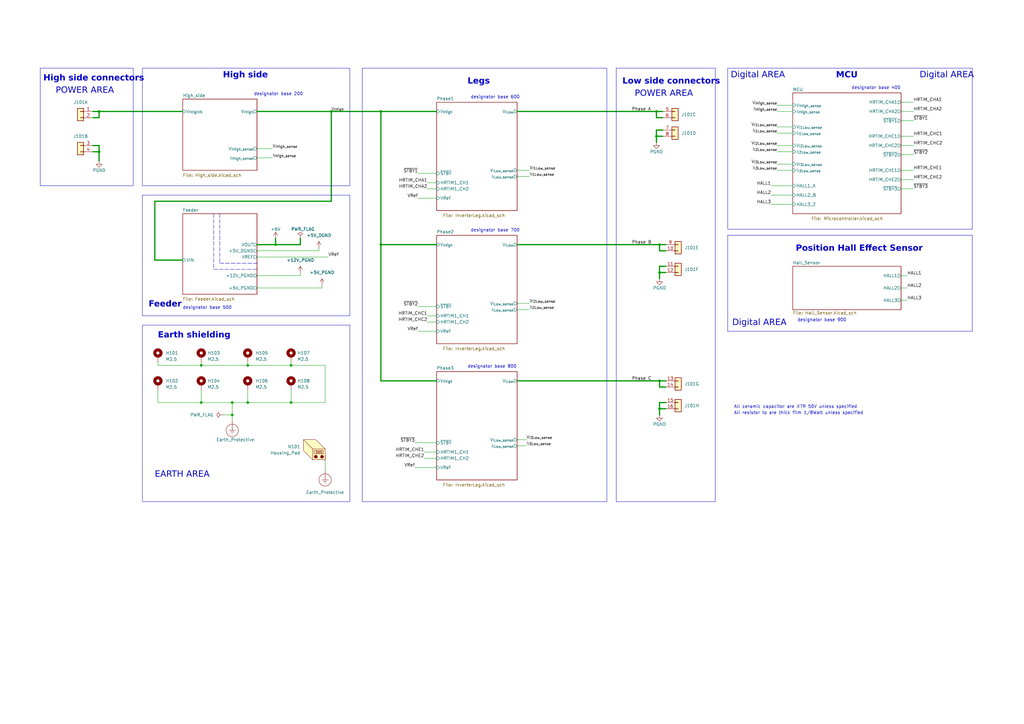
<source format=kicad_sch>
(kicad_sch (version 20230121) (generator eeschema)
  (paper "A3")
  (title_block (title "OWNVERTER V1.0") (comment 1 "TWR"))
  (lib_symbols
    (symbol "Mechanical:Housing_Pad" (pin_numbers hide) (pin_names (offset 1.016) hide)
      (property "Reference" "N" (at 4.445 0 0))
      (property "Value" "Housing_Pad" (at 4.445 -1.905 0))
      (symbol "Housing_Pad_0_1"
        (rectangle (start -4.445 -0.635) (end -0.635 -1.905))
        (circle (center -3.81 -3.175) (radius 0.635) (fill (type outline)))
        (circle (center -1.27 -3.175) (radius 0.635) (fill (type outline)))
        (polyline (pts (xy -3.8862 -1.5748) (xy -3.8354 -1.3716)))
        (polyline (pts (xy -3.7846 -1.6764) (xy -3.429 -1.6764)))
        (polyline (pts (xy -3.7846 -1.2192) (xy -3.7338 -0.9652)))
        (polyline (pts (xy -3.683 -1.3208) (xy -3.3782 -1.3208)))
        (polyline (pts (xy -3.5814 -0.9144) (xy -3.2766 -0.9144)))
        (polyline (pts (xy -3.2766 -1.6256) (xy -3.2258 -1.3716)))
        (polyline (pts (xy -3.175 -1.2192) (xy -3.1242 -0.9652)))
        (polyline (pts (xy -2.9718 -1.5748) (xy -2.921 -1.3716)))
        (polyline (pts (xy -2.8702 -1.6764) (xy -2.5146 -1.6764)))
        (polyline (pts (xy -2.8702 -1.2192) (xy -2.8194 -0.9652)))
        (polyline (pts (xy -2.7686 -1.3208) (xy -2.4638 -1.3208)))
        (polyline (pts (xy -2.667 -0.9144) (xy -2.3622 -0.9144)))
        (polyline (pts (xy -2.3622 -1.6256) (xy -2.3114 -1.3716)))
        (polyline (pts (xy -2.2606 -1.2192) (xy -2.2098 -0.9652)))
        (polyline (pts (xy -2.0574 -1.5748) (xy -2.0066 -1.3716)))
        (polyline (pts (xy -1.9558 -1.6764) (xy -1.6002 -1.6764)))
        (polyline (pts (xy -1.9558 -1.2192) (xy -1.905 -0.9652)))
        (polyline (pts (xy -1.8542 -1.3208) (xy -1.5494 -1.3208)))
        (polyline (pts (xy -1.7526 -0.9144) (xy -1.4478 -0.9144)))
        (polyline (pts (xy -1.4478 -1.6256) (xy -1.397 -1.3716)))
        (polyline (pts (xy -1.3462 -1.2192) (xy -1.2954 -0.9652)))
        (polyline (pts (xy 0 0) (xy 0 -4.445)))
        (polyline (pts (xy -5.08 0) (xy 0 0) (xy 3.81 3.81)))
        (polyline (pts (xy -5.08 0) (xy -5.08 -4.445) (xy 0 -4.445) (xy 3.81 -0.635) (xy 3.81 3.81) (xy -1.27 3.81) (xy -5.08 0)) (fill (type background)))
      )
      (symbol "Housing_Pad_1_1"
        (pin input line (at -5.08 -5.08 90) (length 2.54) (name "PAD") (number "1"))
      )
    )
    (symbol "Mechanical:MountingHole_Pad" (pin_numbers hide) (pin_names (offset 1.016) hide)
      (property "Reference" "H" (at 0 6.35 0))
      (property "Value" "MountingHole_Pad" (at 0 4.445 0))
      (symbol "MountingHole_Pad_0_1"
        (circle (center 0 1.27) (radius 1.27) (stroke (width 1.27)))
      )
      (symbol "MountingHole_Pad_1_1"
        (pin input line (at 0 -2.54 90) (length 2.54) (name "1") (number "1"))
      )
    )
    (symbol "Symbols:+12V_PGND" (power) (in_bom no) (on_board no)
      (property "Value" "+12V_PGND" (at -0.127 3.81 0))
      (symbol "+12V_PGND_0_1"
        (polyline (pts (xy -0.762 1.27) (xy 0 2.54)))
        (polyline (pts (xy 0 0) (xy 0 2.54)))
        (polyline (pts (xy 0 2.54) (xy 0.762 1.27)))
      )
      (symbol "+12V_PGND_1_1"
        (pin power_in line (at 0 0 90) (length 0) hide (name "+12V_PGND") (number "1"))
      )
    )
    (symbol "Symbols:+5V_DGND" (power) (in_bom no) (on_board no)
      (property "Value" "+5V_DGND" (at -0.127 3.81 0))
      (symbol "+5V_DGND_0_1"
        (polyline (pts (xy -0.762 1.27) (xy 0 2.54)))
        (polyline (pts (xy 0 0) (xy 0 2.54)))
        (polyline (pts (xy 0 2.54) (xy 0.762 1.27)))
      )
      (symbol "+5V_DGND_1_1"
        (pin power_in line (at 0 0 90) (length 0) hide (name "+5V_DGND") (number "1"))
      )
    )
    (symbol "Symbols:+5V_PGND" (power) (in_bom no) (on_board no)
      (property "Value" "+5V_PGND" (at -0.127 3.81 0))
      (symbol "+5V_PGND_0_1"
        (polyline (pts (xy -0.762 1.27) (xy 0 2.54)))
        (polyline (pts (xy 0 0) (xy 0 2.54)))
        (polyline (pts (xy 0 2.54) (xy 0.762 1.27)))
      )
      (symbol "+5V_PGND_1_1"
        (pin power_in line (at 0 0 90) (length 0) hide (name "+5V_PGND") (number "1"))
      )
    )
    (symbol "Symbols:Harting 15 contacts and WAGO" (pin_names (offset 1.016) hide)
      (property "Reference" "J" (at 0 2.54 0))
      (symbol "Harting 15 contacts and WAGO_1_1"
        (rectangle (start -1.27 -2.413) (end 0 -2.667) (stroke (width 0.1524)))
        (rectangle (start -1.27 0.127) (end 0 -0.127) (stroke (width 0.1524)))
        (rectangle (start -1.27 1.27) (end 1.27 -3.81) (stroke (width 0.254)) (fill (type background)))
        (pin passive line (at -5.08 0 0) (length 3.81) (name "Pin_1") (number "1"))
        (pin passive line (at -5.08 -2.54 0) (length 3.81) (name "Pin_2") (number "2"))
      )
      (symbol "Harting 15 contacts and WAGO_2_1"
        (rectangle (start -1.27 -2.413) (end 0 -2.667) (stroke (width 0.1524)))
        (rectangle (start -1.27 0.127) (end 0 -0.127) (stroke (width 0.1524)))
        (rectangle (start -1.27 1.27) (end 1.27 -3.81) (stroke (width 0.254)) (fill (type background)))
        (pin passive line (at -5.08 0 0) (length 3.81) (name "Pin_1") (number "3"))
        (pin passive line (at -5.08 -2.54 0) (length 3.81) (name "Pin_2") (number "4"))
      )
      (symbol "Harting 15 contacts and WAGO_3_1"
        (rectangle (start -1.27 -2.413) (end 0 -2.667) (stroke (width 0.1524)))
        (rectangle (start -1.27 0.127) (end 0 -0.127) (stroke (width 0.1524)))
        (rectangle (start -1.27 1.27) (end 1.27 -3.81) (stroke (width 0.254)) (fill (type background)))
        (pin passive line (at -5.08 0 0) (length 3.81) (name "Pin_1") (number "5"))
        (pin passive line (at -5.08 -2.54 0) (length 3.81) (name "Pin_2") (number "6"))
      )
      (symbol "Harting 15 contacts and WAGO_4_1"
        (rectangle (start -1.27 -2.413) (end 0 -2.667) (stroke (width 0.1524)))
        (rectangle (start -1.27 0.127) (end 0 -0.127) (stroke (width 0.1524)))
        (rectangle (start -1.27 1.27) (end 1.27 -3.81) (stroke (width 0.254)) (fill (type background)))
        (pin passive line (at -5.08 0 0) (length 3.81) (name "Pin_1") (number "7"))
        (pin passive line (at -5.08 -2.54 0) (length 3.81) (name "Pin_2") (number "8"))
      )
      (symbol "Harting 15 contacts and WAGO_5_1"
        (rectangle (start -1.27 -2.413) (end 0 -2.667) (stroke (width 0.1524)))
        (rectangle (start -1.27 0.127) (end 0 -0.127) (stroke (width 0.1524)))
        (rectangle (start -1.27 1.27) (end 1.27 -3.81) (stroke (width 0.254)) (fill (type background)))
        (pin passive line (at -5.08 -2.54 0) (length 3.81) (name "Pin_2") (number "10"))
        (pin passive line (at -5.08 0 0) (length 3.81) (name "Pin_1") (number "9"))
      )
      (symbol "Harting 15 contacts and WAGO_6_1"
        (rectangle (start -1.27 -2.413) (end 0 -2.667) (stroke (width 0.1524)))
        (rectangle (start -1.27 0.127) (end 0 -0.127) (stroke (width 0.1524)))
        (rectangle (start -1.27 1.27) (end 1.27 -3.81) (stroke (width 0.254)) (fill (type background)))
        (pin passive line (at -5.08 0 0) (length 3.81) (name "Pin_1") (number "11"))
        (pin passive line (at -5.08 -2.54 0) (length 3.81) (name "Pin_2") (number "12"))
      )
      (symbol "Harting 15 contacts and WAGO_7_1"
        (rectangle (start -1.27 -2.413) (end 0 -2.667) (stroke (width 0.1524)))
        (rectangle (start -1.27 0.127) (end 0 -0.127) (stroke (width 0.1524)))
        (rectangle (start -1.27 1.27) (end 1.27 -3.81) (stroke (width 0.254)) (fill (type background)))
        (pin passive line (at -5.08 0 0) (length 3.81) (name "Pin_1") (number "13"))
        (pin passive line (at -5.08 -2.54 0) (length 3.81) (name "Pin_2") (number "14"))
      )
      (symbol "Harting 15 contacts and WAGO_8_1"
        (rectangle (start -1.27 -2.413) (end 0 -2.667) (stroke (width 0.1524)))
        (rectangle (start -1.27 0.127) (end 0 -0.127) (stroke (width 0.1524)))
        (rectangle (start -1.27 1.27) (end 1.27 -3.81) (stroke (width 0.254)) (fill (type background)))
        (pin passive line (at -5.08 0 0) (length 3.81) (name "Pin_1") (number "15"))
        (pin passive line (at -5.08 -2.54 0) (length 3.81) (name "Pin_2") (number "16"))
      )
    )
    (symbol "Symbols:PGND" (power) (pin_names (offset 0))
      (property "Value" "PGND" (at 0 -3.81 0))
      (symbol "PGND_0_1"
        (polyline (pts (xy 0 0) (xy 0 -1.27) (xy 1.27 -1.27) (xy 0 -2.54) (xy -1.27 -1.27) (xy 0 -1.27)))
      )
      (symbol "PGND_1_1"
        (pin power_in line (at 0 0 270) (length 0) hide (name "PGND") (number "1"))
      )
    )
    (symbol "power:+6V" (power) (pin_names (offset 0))
      (property "Value" "+6V" (at 0 3.556 0))
      (symbol "+6V_0_1"
        (polyline (pts (xy -0.762 1.27) (xy 0 2.54)))
        (polyline (pts (xy 0 0) (xy 0 2.54)))
        (polyline (pts (xy 0 2.54) (xy 0.762 1.27)))
      )
      (symbol "+6V_1_1"
        (pin power_in line (at 0 0 90) (length 0) hide (name "+6V") (number "1"))
      )
    )
    (symbol "power:Earth_Protective" (power) (pin_names (offset 0))
      (symbol "Earth_Protective_0_1"
        (circle (center 0 -3.81) (radius 2.54))
        (polyline (pts (xy -0.635 -4.445) (xy 0.635 -4.445)))
        (polyline (pts (xy -0.127 -5.08) (xy 0.127 -5.08)))
        (polyline (pts (xy 0 -3.81) (xy 0 0)))
        (polyline (pts (xy 1.27 -3.81) (xy -1.27 -3.81)))
      )
      (symbol "Earth_Protective_1_1"
        (pin power_in line (at 0 0 270) (length 0) hide (name "Earth_Protective") (number "1"))
      )
    )
    (symbol "power:PWR_FLAG" (power) (pin_numbers hide) (pin_names (offset 0) hide)
      (property "Value" "PWR_FLAG" (at 0 3.81 0))
      (symbol "PWR_FLAG_0_0"
        (pin power_out line (at 0 0 90) (length 0) (name "pwr") (number "1"))
      )
      (symbol "PWR_FLAG_0_1"
        (polyline (pts (xy 0 0) (xy 0 1.27) (xy -1.016 1.905) (xy 0 2.54) (xy 1.016 1.905) (xy 0 1.27)))
      )
    )
  )
  (junction (at 270.51 156.21))
  (junction (at 113.03 100.33))
  (junction (at 269.24 45.72))
  (junction (at 40.64 45.72))
  (junction (at 156.21 45.72))
  (junction (at 95.25 170.18))
  (junction (at 119.38 165.1))
  (junction (at 156.21 100.33))
  (junction (at 82.55 165.1))
  (junction (at 119.38 149.86))
  (junction (at 95.25 165.1))
  (junction (at 101.6 165.1))
  (junction (at 270.51 111.76))
  (junction (at 269.24 55.88))
  (junction (at 82.55 149.86))
  (junction (at 135.89 45.72))
  (junction (at 40.64 62.23))
  (junction (at 270.51 100.33))
  (junction (at 101.6 149.86))
  (junction (at 270.51 167.64))
  (wire (pts (xy 374.65 73.66) (xy 369.57 73.66)))
  (wire (pts (xy 273.05 111.76) (xy 270.51 111.76)) (stroke (width 0.5)))
  (wire (pts (xy 175.26 132.08) (xy 179.07 132.08)))
  (wire (pts (xy 271.78 53.34) (xy 269.24 53.34)) (stroke (width 0.5)))
  (wire (pts (xy 40.64 45.72) (xy 74.93 45.72)) (stroke (width 0.5)))
  (wire (pts (xy 273.05 158.75) (xy 270.51 158.75)) (stroke (width 0.5)))
  (wire (pts (xy 374.65 49.53) (xy 369.57 49.53)))
  (wire (pts (xy 269.24 53.34) (xy 269.24 55.88)) (stroke (width 0.5)))
  (wire (pts (xy 105.41 45.72) (xy 135.89 45.72)) (stroke (width 0.5)))
  (wire (pts (xy 38.1 62.23) (xy 40.64 62.23)) (stroke (width 0.5)))
  (wire (pts (xy 374.65 59.69) (xy 369.57 59.69)))
  (polyline (pts (xy 87.63 87.63) (xy 87.63 110.49)) (stroke (width 0) (type dash)))
  (wire (pts (xy 273.05 165.1) (xy 270.51 165.1)) (stroke (width 0.5)))
  (wire (pts (xy 374.65 69.85) (xy 369.57 69.85)))
  (wire (pts (xy 212.09 69.85) (xy 217.17 69.85)))
  (wire (pts (xy 82.55 148.59) (xy 82.55 149.86)))
  (wire (pts (xy 156.21 156.21) (xy 179.07 156.21)) (stroke (width 0.5)))
  (wire (pts (xy 318.77 45.72) (xy 325.12 45.72)))
  (wire (pts (xy 269.24 45.72) (xy 269.24 48.26)) (stroke (width 0.5)))
  (wire (pts (xy 318.77 69.85) (xy 325.12 69.85)))
  (wire (pts (xy 111.76 64.77) (xy 105.41 64.77)))
  (wire (pts (xy 369.57 113.03) (xy 372.11 113.03)))
  (wire (pts (xy 64.77 149.86) (xy 82.55 149.86)))
  (wire (pts (xy 369.57 123.19) (xy 372.11 123.19)))
  (wire (pts (xy 119.38 148.59) (xy 119.38 149.86)))
  (wire (pts (xy 269.24 58.42) (xy 269.24 55.88)) (stroke (width 0.5)))
  (wire (pts (xy 270.51 114.3) (xy 270.51 111.76)) (stroke (width 0.5)))
  (wire (pts (xy 95.25 165.1) (xy 95.25 170.18)))
  (wire (pts (xy 105.41 118.11) (xy 132.08 118.11)))
  (wire (pts (xy 170.18 191.77) (xy 179.07 191.77)))
  (wire (pts (xy 374.65 77.47) (xy 369.57 77.47)))
  (wire (pts (xy 38.1 48.26) (xy 40.64 48.26)) (stroke (width 0.5)))
  (wire (pts (xy 316.23 83.82) (xy 325.12 83.82)))
  (wire (pts (xy 105.41 102.87) (xy 130.81 102.87)))
  (wire (pts (xy 156.21 45.72) (xy 179.07 45.72)) (stroke (width 0.5)))
  (wire (pts (xy 91.44 170.18) (xy 95.25 170.18)))
  (wire (pts (xy 270.51 165.1) (xy 270.51 167.64)) (stroke (width 0.5)))
  (wire (pts (xy 173.99 187.96) (xy 179.07 187.96)))
  (polyline (pts (xy 90.17 107.95) (xy 105.41 107.95)) (stroke (width 0) (type dash)))
  (wire (pts (xy 156.21 45.72) (xy 156.21 100.33)) (stroke (width 0.5)))
  (wire (pts (xy 105.41 113.03) (xy 123.19 113.03)))
  (wire (pts (xy 374.65 55.88) (xy 369.57 55.88)))
  (wire (pts (xy 123.19 97.79) (xy 123.19 100.33)) (stroke (width 0.5)))
  (wire (pts (xy 269.24 45.72) (xy 271.78 45.72)) (stroke (width 0.5)))
  (wire (pts (xy 270.51 100.33) (xy 270.51 102.87)) (stroke (width 0.5)))
  (wire (pts (xy 171.45 135.89) (xy 179.07 135.89)))
  (wire (pts (xy 212.09 100.33) (xy 270.51 100.33)) (stroke (width 0.5)))
  (wire (pts (xy 135.89 82.55) (xy 135.89 45.72)) (stroke (width 0.5)))
  (wire (pts (xy 270.51 156.21) (xy 270.51 158.75)) (stroke (width 0.5)))
  (wire (pts (xy 101.6 149.86) (xy 119.38 149.86)))
  (wire (pts (xy 212.09 156.21) (xy 270.51 156.21)) (stroke (width 0.5)))
  (wire (pts (xy 369.57 118.11) (xy 372.11 118.11)))
  (wire (pts (xy 119.38 149.86) (xy 133.35 149.86)))
  (wire (pts (xy 173.99 185.42) (xy 179.07 185.42)))
  (wire (pts (xy 270.51 109.22) (xy 270.51 111.76)) (stroke (width 0.5)))
  (wire (pts (xy 38.1 45.72) (xy 40.64 45.72)) (stroke (width 0.5)))
  (wire (pts (xy 156.21 100.33) (xy 179.07 100.33)) (stroke (width 0.5)))
  (wire (pts (xy 316.23 80.01) (xy 325.12 80.01)))
  (wire (pts (xy 64.77 165.1) (xy 82.55 165.1)))
  (wire (pts (xy 270.51 156.21) (xy 273.05 156.21)) (stroke (width 0.5)))
  (wire (pts (xy 38.1 59.69) (xy 40.64 59.69)) (stroke (width 0.5)))
  (wire (pts (xy 119.38 165.1) (xy 133.35 165.1)))
  (wire (pts (xy 63.5 82.55) (xy 135.89 82.55)) (stroke (width 0.5)))
  (wire (pts (xy 212.09 127) (xy 217.17 127)))
  (wire (pts (xy 101.6 148.59) (xy 101.6 149.86)))
  (wire (pts (xy 82.55 149.86) (xy 101.6 149.86)))
  (wire (pts (xy 40.64 48.26) (xy 40.64 45.72)) (stroke (width 0.5)))
  (wire (pts (xy 171.45 81.28) (xy 179.07 81.28)))
  (wire (pts (xy 171.45 71.12) (xy 179.07 71.12)))
  (wire (pts (xy 318.77 59.69) (xy 325.12 59.69)))
  (wire (pts (xy 175.26 74.93) (xy 179.07 74.93)))
  (wire (pts (xy 156.21 100.33) (xy 156.21 156.21)) (stroke (width 0.5)))
  (wire (pts (xy 95.25 170.18) (xy 95.25 172.72)))
  (wire (pts (xy 374.65 45.72) (xy 369.57 45.72)))
  (wire (pts (xy 123.19 111.76) (xy 123.19 113.03)))
  (wire (pts (xy 130.81 101.6) (xy 130.81 102.87)))
  (wire (pts (xy 316.23 76.2) (xy 325.12 76.2)))
  (polyline (pts (xy 87.63 110.49) (xy 105.41 110.49)) (stroke (width 0) (type dash)))
  (wire (pts (xy 212.09 72.39) (xy 217.17 72.39)))
  (polyline (pts (xy 90.17 87.63) (xy 90.17 107.95)) (stroke (width 0) (type dash)))
  (wire (pts (xy 271.78 55.88) (xy 269.24 55.88)) (stroke (width 0.5)))
  (wire (pts (xy 374.65 41.91) (xy 369.57 41.91)))
  (wire (pts (xy 270.51 170.18) (xy 270.51 167.64)) (stroke (width 0.5)))
  (wire (pts (xy 135.89 45.72) (xy 156.21 45.72)) (stroke (width 0.5)))
  (wire (pts (xy 175.26 77.47) (xy 179.07 77.47)))
  (wire (pts (xy 132.08 116.84) (xy 132.08 118.11)))
  (wire (pts (xy 273.05 167.64) (xy 270.51 167.64)) (stroke (width 0.5)))
  (wire (pts (xy 318.77 43.18) (xy 325.12 43.18)))
  (wire (pts (xy 171.45 125.73) (xy 179.07 125.73)))
  (wire (pts (xy 113.03 100.33) (xy 123.19 100.33)) (stroke (width 0.5)))
  (wire (pts (xy 318.77 54.61) (xy 325.12 54.61)))
  (wire (pts (xy 119.38 160.02) (xy 119.38 165.1)))
  (wire (pts (xy 212.09 182.88) (xy 215.9 182.88)))
  (wire (pts (xy 113.03 97.79) (xy 113.03 100.33)) (stroke (width 0.5)))
  (wire (pts (xy 133.35 193.04) (xy 133.35 189.23)))
  (wire (pts (xy 101.6 160.02) (xy 101.6 165.1)))
  (wire (pts (xy 170.18 181.61) (xy 179.07 181.61)))
  (wire (pts (xy 273.05 102.87) (xy 270.51 102.87)) (stroke (width 0.5)))
  (wire (pts (xy 175.26 129.54) (xy 179.07 129.54)))
  (wire (pts (xy 101.6 165.1) (xy 119.38 165.1)))
  (wire (pts (xy 212.09 180.34) (xy 215.9 180.34)))
  (wire (pts (xy 95.25 165.1) (xy 101.6 165.1)))
  (wire (pts (xy 374.65 63.5) (xy 369.57 63.5)))
  (wire (pts (xy 318.77 52.07) (xy 325.12 52.07)))
  (wire (pts (xy 63.5 106.68) (xy 63.5 82.55)) (stroke (width 0.5)))
  (wire (pts (xy 318.77 67.31) (xy 325.12 67.31)))
  (wire (pts (xy 111.76 60.96) (xy 105.41 60.96)))
  (wire (pts (xy 82.55 160.02) (xy 82.55 165.1)))
  (wire (pts (xy 105.41 105.41) (xy 134.62 105.41)))
  (wire (pts (xy 64.77 148.59) (xy 64.77 149.86)))
  (wire (pts (xy 271.78 48.26) (xy 269.24 48.26)) (stroke (width 0.5)))
  (wire (pts (xy 212.09 45.72) (xy 269.24 45.72)) (stroke (width 0.5)))
  (wire (pts (xy 212.09 124.46) (xy 217.17 124.46)))
  (wire (pts (xy 64.77 160.02) (xy 64.77 165.1)))
  (wire (pts (xy 63.5 106.68) (xy 74.93 106.68)) (stroke (width 0.5)))
  (wire (pts (xy 40.64 59.69) (xy 40.64 62.23)) (stroke (width 0.5)))
  (wire (pts (xy 40.64 62.23) (xy 40.64 66.04)) (stroke (width 0.5)))
  (wire (pts (xy 273.05 109.22) (xy 270.51 109.22)) (stroke (width 0.5)))
  (wire (pts (xy 133.35 149.86) (xy 133.35 165.1)))
  (wire (pts (xy 270.51 100.33) (xy 273.05 100.33)) (stroke (width 0.5)))
  (wire (pts (xy 105.41 100.33) (xy 113.03 100.33)) (stroke (width 0.5)))
  (wire (pts (xy 82.55 165.1) (xy 95.25 165.1)))
  (wire (pts (xy 318.77 62.23) (xy 325.12 62.23)))
  (rectangle (start 58.42 27.94) (end 143.51 76.2))
  (rectangle (start 148.59 27.94) (end 248.92 205.74))
  (rectangle (start 16.51 27.94) (end 54.61 76.2))
  (rectangle (start 58.42 133.35) (end 143.51 205.74))
  (rectangle (start 298.45 27.94) (end 398.78 93.98))
  (rectangle (start 298.45 96.52) (end 398.78 135.89))
  (rectangle (start 58.42 80.01) (end 143.51 129.54))
  (rectangle (start 252.73 27.94) (end 293.37 205.74))
  (text "All ceramic capacitor are X7R 50V unless specified" (at 300.99 167.64 0) (effects (font (size 1.27 1.27)) (justify left bottom)))
  (text "MCU\n" (at 342.9 33.02 0) (effects (font (size 2.4892 2.4892) (thickness 0.4978) bold) (justify left bottom)))
  (text "Digital AREA\n" (at 300.355 134.62 0) (effects (font (size 2.54 2.54)) (justify left bottom)))
  (text "High side\n" (at 91.44 33.02 0) (effects (font (size 2.4892 2.4892) (thickness 0.4978) bold) (justify left bottom)))
  (text "designator base 600" (at 193.04 40.64 0) (effects (font (size 1.27 1.27)) (justify left bottom)))
  (text "designator base 700" (at 193.04 95.25 0) (effects (font (size 1.27 1.27)) (justify left bottom)))
  (text "Legs" (at 191.77 35.56 0) (effects (font (size 2.4892 2.4892) (thickness 0.4978) bold) (justify left bottom)))
  (text "EARTH AREA\n" (at 63.5 196.85 0) (effects (font (size 2.54 2.54)) (justify left bottom)))
  (text "Feeder" (at 60.96 127 0) (effects (font (size 2.4892 2.4892) (thickness 0.4978) bold) (justify left bottom)))
  (text "designator base 800" (at 191.77 151.13 0) (effects (font (size 1.27 1.27)) (justify left bottom)))
  (text "POWER AREA\n" (at 260.35 40.64 0) (effects (font (size 2.54 2.54)) (justify left bottom)))
  (text "designator base 200" (at 104.14 39.37 0) (effects (font (size 1.27 1.27)) (justify left bottom)))
  (text "Earth shielding" (at 64.77 139.7 0) (effects (font (size 2.4892 2.4892) (thickness 0.4978) bold) (justify left bottom)))
  (text "All resistor to are thick film 1/8Watt unless specified" (at 300.99 170.18 0) (effects (font (size 1.27 1.27)) (justify left bottom)))
  (text "Position Hall Effect Sensor" (at 326.39 104.14 0) (effects (font (size 2.4892 2.4892) (thickness 0.4978) bold) (justify left bottom)))
  (text "designator base 400" (at 349.25 36.83 0) (effects (font (size 1.27 1.27)) (justify left bottom)))
  (text "designator base 900\n" (at 327.025 132.08 0) (effects (font (size 1.27 1.27)) (justify left bottom)))
  (text "High side connectors" (at 17.78 34.29 0) (effects (font (size 2.4892 2.4892) (thickness 0.4978) bold) (justify left bottom)))
  (text "Digital AREA\n" (at 377.19 33.02 0) (effects (font (size 2.54 2.54)) (justify left bottom)))
  (text "POWER AREA\n" (at 22.86 39.37 0) (effects (font (size 2.54 2.54)) (justify left bottom)))
  (text "designator base 500" (at 74.93 127 0) (effects (font (size 1.27 1.27)) (justify left bottom)))
  (text "Digital AREA\n" (at 299.72 33.02 0) (effects (font (size 2.54 2.54)) (justify left bottom)))
  (text "Low side connectors" (at 255.27 35.56 0) (effects (font (size 2.4892 2.4892) (thickness 0.4978) bold) (justify left bottom)))
  (label "HRTIM_CHC1" (at 175.26 129.54 180))
  (label "HRTIM_CHC2" (at 175.26 132.08 180))
  (label "V_{IHigh_sense}" (at 318.77 43.18 180))
  (label "~{STBY2}" (at 171.45 125.73 180))
  (label "V_{I2Low_sense}" (at 318.77 59.69 180))
  (label "V_{I2Low_sense}" (at 217.17 124.46 0))
  (label "HRTIM_CHE1" (at 374.65 69.85 0))
  (label "V_{I1Low_sense}" (at 217.17 69.85 0))
  (label "Phase B" (at 259.08 100.33 0))
  (label "~{STBY2}" (at 374.65 63.5 0))
  (label "VRef" (at 171.45 81.28 180))
  (label "HALL2" (at 316.23 80.01 180))
  (label "~{STBY3}" (at 374.65 77.47 0))
  (label "HALL3" (at 316.23 83.82 180))
  (label "I_{I3Low_sense}" (at 318.77 69.85 180))
  (label "I_{I2Low_sense}" (at 318.77 62.23 180))
  (label "HRTIM_CHA2" (at 374.65 45.72 0))
  (label "HALL3" (at 372.11 123.19 0))
  (label "I_{I1Low_sense}" (at 217.17 72.39 0))
  (label "Phase C" (at 259.08 156.21 0))
  (label "HALL1" (at 316.23 76.2 180))
  (label "~{STBY1}" (at 171.45 71.12 180))
  (label "HRTIM_CHE1" (at 173.99 185.42 180))
  (label "I_{I2Low_sense}" (at 217.17 127 0))
  (label "V_{IHigh_sense}" (at 111.76 60.96 0))
  (label "~{STBY3}" (at 170.18 181.61 180))
  (label "HRTIM_CHE2" (at 173.99 187.96 180))
  (label "I_{I1Low_sense}" (at 318.77 54.61 180))
  (label "HRTIM_CHC2" (at 374.65 59.69 0))
  (label "HRTIM_CHE2" (at 374.65 73.66 0))
  (label "V_{I1Low_sense}" (at 318.77 52.07 180))
  (label "VRef" (at 171.45 135.89 180))
  (label "V_{IHigh}" (at 135.89 45.72 0))
  (label "HALL1" (at 372.11 113.03 0))
  (label "Phase A" (at 259.08 45.72 0))
  (label "V_{I3Low_sense}" (at 318.77 67.31 180))
  (label "HRTIM_CHA1" (at 374.65 41.91 0))
  (label "HALL2" (at 372.11 118.11 0))
  (label "HRTIM_CHA2" (at 175.26 77.47 180))
  (label "VRef" (at 170.18 191.77 180))
  (label "VRef" (at 134.62 105.41 0))
  (label "HRTIM_CHC1" (at 374.65 55.88 0))
  (label "I_{IHigh_sense}" (at 111.76 64.77 0))
  (label "I_{IHigh_sense}" (at 318.77 45.72 180))
  (label "~{STBY1}" (at 374.65 49.53 0))
  (label "I_{I3Low_sense}" (at 215.9 182.88 0))
  (label "V_{I3Low_sense}" (at 215.9 180.34 0))
  (label "HRTIM_CHA1" (at 175.26 74.93 180))
  (symbol (lib_id "Symbols:Harting 15 contacts and WAGO") (at 278.13 100.33 0) (unit 5)
    (property "Reference" "J101" (at 280.67 101.6 0) (effects (justify left)))
    (property "Value" "Harting-15 and Wago 6" (effects hide))
    (property "Footprint" "Footprints:Harting - 15contacts and Wago" (effects hide))
    (property "manf#" "2604-1108" (effects hide))
  )
  (symbol (lib_id "Mechanical:MountingHole_Pad") (at 101.6 157.48 0) (unit 1) (in_bom no)
    (property "Reference" "H106" (at 104.775 156.2099 0) (effects (justify left)))
    (property "Value" "M2.5" (at 104.775 158.7499 0) (effects (justify left)))
    (property "Footprint" "MountingHole:MountingHole_2.7mm_M2.5_DIN965_Pad_TopOnly" (effects hide))
    (property "DNP" "x" (effects hide))
  )
  (symbol (lib_id "Mechanical:MountingHole_Pad") (at 64.77 157.48 0) (unit 1) (in_bom no)
    (property "Reference" "H102" (at 67.945 156.2099 0) (effects (justify left)))
    (property "Value" "M2.5" (at 67.945 158.7499 0) (effects (justify left)))
    (property "Footprint" "MountingHole:MountingHole_2.7mm_M2.5_DIN965_Pad_TopOnly" (effects hide))
    (property "DNP" "x" (effects hide))
  )
  (symbol (lib_id "Mechanical:MountingHole_Pad") (at 119.38 146.05 0) (unit 1) (in_bom no)
    (property "Reference" "H107" (at 121.92 144.7799 0) (effects (justify left)))
    (property "Value" "M2.5" (at 121.92 147.3199 0) (effects (justify left)))
    (property "Footprint" "MountingHole:MountingHole_2.7mm_M2.5_DIN965_Pad_TopOnly" (effects hide))
    (property "DNP" "x" (effects hide))
  )
  (symbol (lib_id "Symbols:+12V_PGND") (at 123.19 111.76 0) (unit 1) (in_bom no) (on_board no)
    (property "Reference" "#PWR0107" (effects hide))
    (property "Value" "+12V_PGND" (at 123.19 106.68 0))
  )
  (symbol (lib_id "Symbols:PGND") (at 270.51 170.18 0) (mirror y) (unit 1)
    (property "Reference" "#PWR0110" (effects hide))
    (property "Value" "PGND" (at 270.51 173.99 0))
  )
  (symbol (lib_id "Symbols:PGND") (at 270.51 114.3 0) (mirror y) (unit 1)
    (property "Reference" "#PWR0109" (effects hide))
    (property "Value" "PGND" (at 270.51 118.11 0))
  )
  (symbol (lib_id "Symbols:Harting 15 contacts and WAGO") (at 278.13 109.22 0) (unit 6)
    (property "Reference" "J101" (at 280.67 110.49 0) (effects (justify left)))
    (property "Value" "Harting-15 and Wago 6" (effects hide))
    (property "Footprint" "Footprints:Harting - 15contacts and Wago" (effects hide))
    (property "manf#" "2604-1108" (effects hide))
  )
  (symbol (lib_id "Symbols:Harting 15 contacts and WAGO") (at 276.86 53.34 0) (unit 4)
    (property "Reference" "J101" (at 279.4 54.61 0) (effects (justify left)))
    (property "Value" "Harting-15 and Wago 6" (effects hide))
    (property "Footprint" "Footprints:Harting - 15contacts and Wago" (effects hide))
    (property "manf#" "2604-1108" (effects hide))
  )
  (symbol (lib_id "power:+6V") (at 113.03 97.79 0) (mirror y) (unit 1)
    (property "Reference" "#PWR0103" (effects hide))
    (property "Value" "+6V_DGND" (at 113.03 93.98 0))
  )
  (symbol (lib_id "Symbols:Harting 15 contacts and WAGO") (at 33.02 45.72 0) (mirror y) (unit 1)
    (property "Reference" "J101" (at 33.02 41.91 0))
    (property "Value" "Harting-15 and Wago 6" (effects hide))
    (property "Footprint" "Footprints:Harting - 15contacts and Wago" (effects hide))
    (property "manf#" "2604-1108" (effects hide))
  )
  (symbol (lib_id "Mechanical:MountingHole_Pad") (at 82.55 146.05 0) (unit 1) (in_bom no)
    (property "Reference" "H103" (at 85.09 144.7799 0) (effects (justify left)))
    (property "Value" "M2.5" (at 85.09 147.3199 0) (effects (justify left)))
    (property "Footprint" "MountingHole:MountingHole_2.7mm_M2.5_DIN965_Pad_TopOnly" (effects hide))
    (property "DNP" "x" (effects hide))
  )
  (symbol (lib_id "power:Earth_Protective") (at 133.35 193.04 0) (mirror y) (unit 1)
    (property "Reference" "#PWR0106" (effects hide))
    (property "Value" "Earth_Protective" (at 133.35 201.93 0))
  )
  (symbol (lib_id "power:PWR_FLAG") (at 123.19 97.79 0) (unit 1)
    (property "Reference" "#FLG0102" (effects hide))
    (property "Value" "PWR_FLAG" (at 119.38 93.98 0) (effects (justify left)))
  )
  (symbol (lib_id "Symbols:PGND") (at 269.24 58.42 0) (mirror y) (unit 1)
    (property "Reference" "#PWR0108" (effects hide))
    (property "Value" "PGND" (at 269.24 62.23 0))
  )
  (symbol (lib_id "Mechanical:MountingHole_Pad") (at 82.55 157.48 0) (unit 1) (in_bom no)
    (property "Reference" "H104" (at 85.09 156.2099 0) (effects (justify left)))
    (property "Value" "M2.5" (at 85.09 158.7499 0) (effects (justify left)))
    (property "Footprint" "MountingHole:MountingHole_2.7mm_M2.5_DIN965_Pad_TopOnly" (effects hide))
    (property "DNP" "x" (effects hide))
  )
  (symbol (lib_id "Symbols:Harting 15 contacts and WAGO") (at 278.13 156.21 0) (unit 7)
    (property "Reference" "J101" (at 280.67 157.48 0) (effects (justify left)))
    (property "Value" "Harting-15 and Wago 6" (effects hide))
    (property "Footprint" "Footprints:Harting - 15contacts and Wago" (effects hide))
    (property "manf#" "2604-1108" (effects hide))
  )
  (symbol (lib_id "Mechanical:MountingHole_Pad") (at 119.38 157.48 0) (unit 1) (in_bom no)
    (property "Reference" "H108" (at 121.92 156.2099 0) (effects (justify left)))
    (property "Value" "M2.5" (at 121.92 158.7499 0) (effects (justify left)))
    (property "Footprint" "MountingHole:MountingHole_2.7mm_M2.5_DIN965_Pad_TopOnly" (effects hide))
    (property "DNP" "x" (effects hide))
  )
  (symbol (lib_id "Symbols:Harting 15 contacts and WAGO") (at 278.13 165.1 0) (unit 8)
    (property "Reference" "J101" (at 280.67 166.37 0) (effects (justify left)))
    (property "Value" "Harting-15 and Wago 6" (effects hide))
    (property "Footprint" "Footprints:Harting - 15contacts and Wago" (effects hide))
    (property "manf#" "2604-1108" (effects hide))
  )
  (symbol (lib_id "Symbols:Harting 15 contacts and WAGO") (at 276.86 45.72 0) (unit 3)
    (property "Reference" "J101" (at 279.4 46.99 0) (effects (justify left)))
    (property "Value" "Harting-15 and Wago 6" (effects hide))
    (property "Footprint" "Footprints:Harting - 15contacts and Wago" (effects hide))
    (property "manf#" "2604-1108" (effects hide))
  )
  (symbol (lib_id "Symbols:Harting 15 contacts and WAGO") (at 33.02 59.69 0) (mirror y) (unit 2)
    (property "Reference" "J101" (at 33.02 55.88 0))
    (property "Value" "Harting-15 and Wago 6" (effects hide))
    (property "Footprint" "Footprints:Harting - 15contacts and Wago" (effects hide))
    (property "manf#" "2604-1108" (effects hide))
  )
  (symbol (lib_id "Mechanical:MountingHole_Pad") (at 64.77 146.05 0) (unit 1) (in_bom no)
    (property "Reference" "H101" (at 67.945 144.7799 0) (effects (justify left)))
    (property "Value" "M2.5" (at 67.945 147.3199 0) (effects (justify left)))
    (property "Footprint" "MountingHole:MountingHole_2.7mm_M2.5_DIN965_Pad_TopOnly" (effects hide))
    (property "DNP" "x" (effects hide))
  )
  (symbol (lib_id "Mechanical:Housing_Pad") (at 128.27 184.15 0) (mirror y) (unit 1) (in_bom no)
    (property "Reference" "N101" (at 123.19 183.1974 0) (effects (justify left)))
    (property "Value" "Housing_Pad" (at 123.19 185.7374 0) (effects (justify left)))
    (property "Footprint" "Footprints:Guard_ring" (effects hide))
    (property "DNP" "x" (effects hide))
  )
  (symbol (lib_id "power:Earth_Protective") (at 95.25 172.72 0) (unit 1)
    (property "Reference" "#PWR0102" (effects hide))
    (property "Value" "Earth_Protective" (at 96.52 180.34 0))
  )
  (symbol (lib_id "Symbols:+5V_DGND") (at 130.81 101.6 0) (unit 1) (in_bom no) (on_board no)
    (property "Reference" "#PWR0104" (effects hide))
    (property "Value" "+5V_DGND" (at 130.81 96.52 0))
  )
  (symbol (lib_id "Symbols:PGND") (at 40.64 66.04 0) (mirror y) (unit 1)
    (property "Reference" "#PWR0101" (effects hide))
    (property "Value" "PGND" (at 40.64 69.85 0))
  )
  (symbol (lib_id "Symbols:+5V_PGND") (at 132.08 116.84 0) (unit 1) (in_bom no) (on_board no)
    (property "Reference" "#PWR0105" (effects hide))
    (property "Value" "+5V_PGND" (at 132.08 111.76 0))
  )
  (symbol (lib_id "power:PWR_FLAG") (at 91.44 170.18 90) (unit 1)
    (property "Reference" "#FLG0101" (effects hide))
    (property "Value" "PWR_FLAG" (at 87.63 170.18 90) (effects (justify left)))
  )
  (symbol (lib_id "Mechanical:MountingHole_Pad") (at 101.6 146.05 0) (unit 1) (in_bom no)
    (property "Reference" "H105" (at 104.775 144.7799 0) (effects (justify left)))
    (property "Value" "M2.5" (at 104.775 147.3199 0) (effects (justify left)))
    (property "Footprint" "MountingHole:MountingHole_2.7mm_M2.5_DIN965_Pad_TopOnly" (effects hide))
    (property "DNP" "x" (effects hide))
  )
  (sheet (at 325.12 109.22) (size 44.45 17.78) (stroke (width 0.1524))
    (property "Sheetname" "Hall_Sensor" (at 325.12 108.5084 0) (effects (justify left bottom)))
    (property "Sheetfile" "Hall_Sensor.kicad_sch" (at 325.12 127.5846 0) (effects (justify left top)))
    (pin "HALL3" output (at 369.57 123.19 0))
    (pin "HALL2" output (at 369.57 118.11 0))
    (pin "HALL1" output (at 369.57 113.03 0))
  )
  (sheet (at 325.12 38.1) (size 44.45 49.53) (stroke (width 0.1524))
    (property "Sheetname" "MCU" (at 325.12 37.465 0) (effects (justify left bottom)))
    (property "Sheetfile" "Microcontroller.kicad_sch" (at 332.74 88.9 0) (effects (justify left top)))
    (pin "HRTIM_CHC2" output (at 369.57 59.69 0))
    (pin "HRTIM_CHC1" output (at 369.57 55.88 0))
    (pin "~{STBY1}" output (at 369.57 49.53 0))
    (pin "~{STBY3}" output (at 369.57 77.47 0))
    (pin "~{STBY2}" output (at 369.57 63.5 0))
    (pin "HRTIM_CHA1" output (at 369.57 41.91 0))
    (pin "HRTIM_CHA2" output (at 369.57 45.72 0))
    (pin "V_{IHigh_sense}" input (at 325.12 43.18 180))
    (pin "I_{IHigh_sense}" input (at 325.12 45.72 180))
    (pin "HRTIM_CHE1" output (at 369.57 69.85 0))
    (pin "HRTIM_CHE2" output (at 369.57 73.66 0))
    (pin "V_{I1Low_sense}" input (at 325.12 52.07 180))
    (pin "I_{I1Low_sense}" input (at 325.12 54.61 180))
    (pin "V_{I2Low_sense}" input (at 325.12 59.69 180))
    (pin "I_{I2Low_sense}" input (at 325.12 62.23 180))
    (pin "I_{I3Low_sense}" input (at 325.12 69.85 180))
    (pin "V_{I3Low_sense}" input (at 325.12 67.31 180))
    (pin "HALL1_A" input (at 325.12 76.2 180))
    (pin "HALL2_B" input (at 325.12 80.01 180))
    (pin "HALL3_Z" input (at 325.12 83.82 180))
  )
  (sheet (at 179.07 96.52) (size 33.02 44.45) (stroke (width 0.1524))
    (property "Sheetname" "Phase2" (at 179.07 95.8084 0) (effects (justify left bottom)))
    (property "Sheetfile" "InverterLeg.kicad_sch" (at 181.61 142.24 0) (effects (justify left top)))
    (pin "~{STBY}" input (at 179.07 125.73 180))
    (pin "V_{IHigh}" input (at 179.07 100.33 180))
    (pin "V_{ILow}" output (at 212.09 100.33 0))
    (pin "V_{ILow_sense}" output (at 212.09 124.46 0))
    (pin "VRef" input (at 179.07 135.89 180))
    (pin "I_{ILow_sense}" output (at 212.09 127 0))
    (pin "HRTIM1_CH1" input (at 179.07 129.54 180))
    (pin "HRTIM1_CH2" input (at 179.07 132.08 180))
  )
  (sheet (at 179.07 41.91) (size 33.02 44.45) (stroke (width 0.1524))
    (property "Sheetname" "Phase1" (at 179.07 41.1984 0) (effects (justify left bottom)))
    (property "Sheetfile" "InverterLeg.kicad_sch" (at 181.61 87.63 0) (effects (justify left top)))
    (pin "~{STBY}" input (at 179.07 71.12 180))
    (pin "V_{IHigh}" input (at 179.07 45.72 180))
    (pin "V_{ILow}" output (at 212.09 45.72 0))
    (pin "V_{ILow_sense}" output (at 212.09 69.85 0))
    (pin "VRef" input (at 179.07 81.28 180))
    (pin "I_{ILow_sense}" output (at 212.09 72.39 0))
    (pin "HRTIM1_CH1" input (at 179.07 74.93 180))
    (pin "HRTIM1_CH2" input (at 179.07 77.47 180))
  )
  (sheet (at 179.07 152.4) (size 33.02 44.45) (stroke (width 0.1524))
    (property "Sheetname" "Phase3" (at 179.07 151.6884 0) (effects (justify left bottom)))
    (property "Sheetfile" "InverterLeg.kicad_sch" (at 181.61 198.12 0) (effects (justify left top)))
    (pin "~{STBY}" input (at 179.07 181.61 180))
    (pin "V_{IHigh}" input (at 179.07 156.21 180))
    (pin "V_{ILow}" output (at 212.09 156.21 0))
    (pin "V_{ILow_sense}" output (at 212.09 180.34 0))
    (pin "VRef" input (at 179.07 191.77 180))
    (pin "I_{ILow_sense}" output (at 212.09 182.88 0))
    (pin "HRTIM1_CH1" input (at 179.07 185.42 180))
    (pin "HRTIM1_CH2" input (at 179.07 187.96 180))
  )
  (sheet (at 74.93 87.63) (size 30.48 33.02) (stroke (width 0.1524))
    (property "Sheetname" "Feeder" (at 74.93 86.9184 0) (effects (justify left bottom)))
    (property "Sheetfile" "Feeder.kicad_sch" (at 74.93 121.92 0) (effects (justify left top)))
    (pin "VIN" input (at 74.93 106.68 180))
    (pin "VOUT" output (at 105.41 100.33 0))
    (pin "+5V_DGND" output (at 105.41 102.87 0))
    (pin "VREF" output (at 105.41 105.41 0))
    (pin "+5V_PGND" output (at 105.41 118.11 0))
    (pin "+12V_PGND" output (at 105.41 113.03 0))
  )
  (sheet (at 74.93 40.64) (size 30.48 29.21) (stroke (width 0.1524))
    (property "Sheetname" "High_side" (at 74.93 39.9284 0) (effects (justify left bottom)))
    (property "Sheetfile" "High_side.kicad_sch" (at 74.93 71.12 0) (effects (justify left top)))
    (pin "V_{IHighIN}" input (at 74.93 45.72 180))
    (pin "V_{IHigh}" output (at 105.41 45.72 0))
    (pin "V_{IHigh_sense}" output (at 105.41 60.96 0))
    (pin "I_{IHigh_sense}" output (at 105.41 64.77 0))
  )
)
</source>
